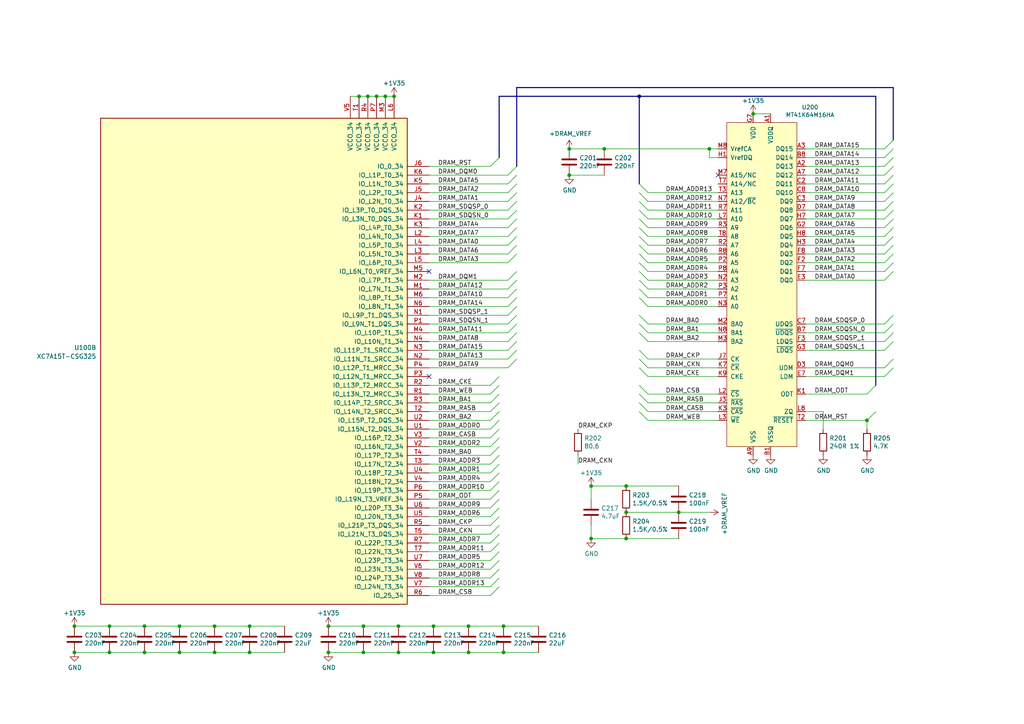
<source format=kicad_sch>
(kicad_sch (version 20210406) (generator eeschema)
  (paper "A4")
  (junction (at 21.59 181.61) (diameter 0.9144))
  (junction (at 21.59 189.23) (diameter 0.9144))
  (junction (at 31.75 181.61) (diameter 0.9144))
  (junction (at 31.75 189.23) (diameter 0.9144))
  (junction (at 41.91 181.61) (diameter 0.9144))
  (junction (at 41.91 189.23) (diameter 0.9144))
  (junction (at 52.07 181.61) (diameter 0.9144))
  (junction (at 52.07 189.23) (diameter 0.9144))
  (junction (at 62.23 181.61) (diameter 0.9144))
  (junction (at 62.23 189.23) (diameter 0.9144))
  (junction (at 72.39 181.61) (diameter 0.9144))
  (junction (at 72.39 189.23) (diameter 0.9144))
  (junction (at 95.25 181.61) (diameter 0.9144))
  (junction (at 95.25 189.23) (diameter 0.9144))
  (junction (at 104.14 27.94) (diameter 0.9144))
  (junction (at 105.41 181.61) (diameter 0.9144))
  (junction (at 105.41 189.23) (diameter 0.9144))
  (junction (at 106.68 27.94) (diameter 0.9144))
  (junction (at 109.22 27.94) (diameter 0.9144))
  (junction (at 111.76 27.94) (diameter 0.9144))
  (junction (at 114.3 27.94) (diameter 0.9144))
  (junction (at 115.57 181.61) (diameter 0.9144))
  (junction (at 115.57 189.23) (diameter 0.9144))
  (junction (at 125.73 181.61) (diameter 0.9144))
  (junction (at 125.73 189.23) (diameter 0.9144))
  (junction (at 135.89 181.61) (diameter 0.9144))
  (junction (at 135.89 189.23) (diameter 0.9144))
  (junction (at 146.05 181.61) (diameter 0.9144))
  (junction (at 146.05 189.23) (diameter 0.9144))
  (junction (at 165.1 43.18) (diameter 0.9144))
  (junction (at 165.1 50.8) (diameter 0.9144))
  (junction (at 171.45 140.97) (diameter 0.9144))
  (junction (at 171.45 156.21) (diameter 0.9144))
  (junction (at 175.26 43.18) (diameter 0.9144))
  (junction (at 181.61 140.97) (diameter 0.9144))
  (junction (at 181.61 148.59) (diameter 0.9144))
  (junction (at 181.61 156.21) (diameter 0.9144))
  (junction (at 196.85 148.59) (diameter 0.9144))
  (junction (at 205.74 43.18) (diameter 0.9144))
  (junction (at 218.44 33.02) (diameter 0.9144))
  (junction (at 251.46 121.92) (diameter 0.9144))
  (junction (at 185.42 27.94) (diameter 0.9144))
  (no_connect (at 124.46 78.74))
  (no_connect (at 124.46 109.22))
  (no_connect (at 208.28 50.8))
  (bus_entry (at 142.24 172.72) (size 2.54 -2.54) (stroke (width 0.1524)))
  (bus_entry (at 144.78 45.72) (size -2.54 2.54) (stroke (width 0.1524)))
  (bus_entry (at 144.78 109.22) (size -2.54 2.54) (stroke (width 0.1524)))
  (bus_entry (at 144.78 111.76) (size -2.54 2.54) (stroke (width 0.1524)))
  (bus_entry (at 144.78 114.3) (size -2.54 2.54) (stroke (width 0.1524)))
  (bus_entry (at 144.78 116.84) (size -2.54 2.54) (stroke (width 0.1524)))
  (bus_entry (at 144.78 119.38) (size -2.54 2.54) (stroke (width 0.1524)))
  (bus_entry (at 144.78 121.92) (size -2.54 2.54) (stroke (width 0.1524)))
  (bus_entry (at 144.78 124.46) (size -2.54 2.54) (stroke (width 0.1524)))
  (bus_entry (at 144.78 127) (size -2.54 2.54) (stroke (width 0.1524)))
  (bus_entry (at 144.78 129.54) (size -2.54 2.54) (stroke (width 0.1524)))
  (bus_entry (at 144.78 132.08) (size -2.54 2.54) (stroke (width 0.1524)))
  (bus_entry (at 144.78 134.62) (size -2.54 2.54) (stroke (width 0.1524)))
  (bus_entry (at 144.78 137.16) (size -2.54 2.54) (stroke (width 0.1524)))
  (bus_entry (at 144.78 139.7) (size -2.54 2.54) (stroke (width 0.1524)))
  (bus_entry (at 144.78 142.24) (size -2.54 2.54) (stroke (width 0.1524)))
  (bus_entry (at 144.78 144.78) (size -2.54 2.54) (stroke (width 0.1524)))
  (bus_entry (at 144.78 147.32) (size -2.54 2.54) (stroke (width 0.1524)))
  (bus_entry (at 144.78 149.86) (size -2.54 2.54) (stroke (width 0.1524)))
  (bus_entry (at 144.78 152.4) (size -2.54 2.54) (stroke (width 0.1524)))
  (bus_entry (at 144.78 154.94) (size -2.54 2.54) (stroke (width 0.1524)))
  (bus_entry (at 144.78 157.48) (size -2.54 2.54) (stroke (width 0.1524)))
  (bus_entry (at 144.78 160.02) (size -2.54 2.54) (stroke (width 0.1524)))
  (bus_entry (at 144.78 162.56) (size -2.54 2.54) (stroke (width 0.1524)))
  (bus_entry (at 144.78 165.1) (size -2.54 2.54) (stroke (width 0.1524)))
  (bus_entry (at 144.78 167.64) (size -2.54 2.54) (stroke (width 0.1524)))
  (bus_entry (at 147.32 50.8) (size 2.54 -2.54) (stroke (width 0.1524)))
  (bus_entry (at 147.32 53.34) (size 2.54 -2.54) (stroke (width 0.1524)))
  (bus_entry (at 147.32 55.88) (size 2.54 -2.54) (stroke (width 0.1524)))
  (bus_entry (at 147.32 58.42) (size 2.54 -2.54) (stroke (width 0.1524)))
  (bus_entry (at 147.32 60.96) (size 2.54 -2.54) (stroke (width 0.1524)))
  (bus_entry (at 147.32 63.5) (size 2.54 -2.54) (stroke (width 0.1524)))
  (bus_entry (at 147.32 66.04) (size 2.54 -2.54) (stroke (width 0.1524)))
  (bus_entry (at 147.32 68.58) (size 2.54 -2.54) (stroke (width 0.1524)))
  (bus_entry (at 147.32 71.12) (size 2.54 -2.54) (stroke (width 0.1524)))
  (bus_entry (at 147.32 73.66) (size 2.54 -2.54) (stroke (width 0.1524)))
  (bus_entry (at 147.32 76.2) (size 2.54 -2.54) (stroke (width 0.1524)))
  (bus_entry (at 147.32 81.28) (size 2.54 -2.54) (stroke (width 0.1524)))
  (bus_entry (at 147.32 83.82) (size 2.54 -2.54) (stroke (width 0.1524)))
  (bus_entry (at 147.32 86.36) (size 2.54 -2.54) (stroke (width 0.1524)))
  (bus_entry (at 147.32 88.9) (size 2.54 -2.54) (stroke (width 0.1524)))
  (bus_entry (at 147.32 91.44) (size 2.54 -2.54) (stroke (width 0.1524)))
  (bus_entry (at 147.32 93.98) (size 2.54 -2.54) (stroke (width 0.1524)))
  (bus_entry (at 147.32 96.52) (size 2.54 -2.54) (stroke (width 0.1524)))
  (bus_entry (at 147.32 99.06) (size 2.54 -2.54) (stroke (width 0.1524)))
  (bus_entry (at 147.32 101.6) (size 2.54 -2.54) (stroke (width 0.1524)))
  (bus_entry (at 147.32 104.14) (size 2.54 -2.54) (stroke (width 0.1524)))
  (bus_entry (at 147.32 106.68) (size 2.54 -2.54) (stroke (width 0.1524)))
  (bus_entry (at 185.42 53.34) (size 2.54 2.54) (stroke (width 0.1524)))
  (bus_entry (at 185.42 55.88) (size 2.54 2.54) (stroke (width 0.1524)))
  (bus_entry (at 185.42 58.42) (size 2.54 2.54) (stroke (width 0.1524)))
  (bus_entry (at 185.42 60.96) (size 2.54 2.54) (stroke (width 0.1524)))
  (bus_entry (at 185.42 63.5) (size 2.54 2.54) (stroke (width 0.1524)))
  (bus_entry (at 185.42 66.04) (size 2.54 2.54) (stroke (width 0.1524)))
  (bus_entry (at 185.42 68.58) (size 2.54 2.54) (stroke (width 0.1524)))
  (bus_entry (at 185.42 71.12) (size 2.54 2.54) (stroke (width 0.1524)))
  (bus_entry (at 185.42 73.66) (size 2.54 2.54) (stroke (width 0.1524)))
  (bus_entry (at 185.42 76.2) (size 2.54 2.54) (stroke (width 0.1524)))
  (bus_entry (at 185.42 78.74) (size 2.54 2.54) (stroke (width 0.1524)))
  (bus_entry (at 185.42 81.28) (size 2.54 2.54) (stroke (width 0.1524)))
  (bus_entry (at 185.42 83.82) (size 2.54 2.54) (stroke (width 0.1524)))
  (bus_entry (at 185.42 86.36) (size 2.54 2.54) (stroke (width 0.1524)))
  (bus_entry (at 185.42 91.44) (size 2.54 2.54) (stroke (width 0.1524)))
  (bus_entry (at 185.42 93.98) (size 2.54 2.54) (stroke (width 0.1524)))
  (bus_entry (at 185.42 96.52) (size 2.54 2.54) (stroke (width 0.1524)))
  (bus_entry (at 185.42 101.6) (size 2.54 2.54) (stroke (width 0.1524)))
  (bus_entry (at 185.42 104.14) (size 2.54 2.54) (stroke (width 0.1524)))
  (bus_entry (at 185.42 106.68) (size 2.54 2.54) (stroke (width 0.1524)))
  (bus_entry (at 185.42 111.76) (size 2.54 2.54) (stroke (width 0.1524)))
  (bus_entry (at 185.42 114.3) (size 2.54 2.54) (stroke (width 0.1524)))
  (bus_entry (at 185.42 116.84) (size 2.54 2.54) (stroke (width 0.1524)))
  (bus_entry (at 185.42 119.38) (size 2.54 2.54) (stroke (width 0.1524)))
  (bus_entry (at 251.46 114.3) (size 2.54 -2.54) (stroke (width 0.1524)))
  (bus_entry (at 251.46 121.92) (size 2.54 -2.54) (stroke (width 0.1524)))
  (bus_entry (at 256.54 43.18) (size 2.54 -2.54) (stroke (width 0.1524)))
  (bus_entry (at 256.54 45.72) (size 2.54 -2.54) (stroke (width 0.1524)))
  (bus_entry (at 256.54 48.26) (size 2.54 -2.54) (stroke (width 0.1524)))
  (bus_entry (at 256.54 50.8) (size 2.54 -2.54) (stroke (width 0.1524)))
  (bus_entry (at 256.54 53.34) (size 2.54 -2.54) (stroke (width 0.1524)))
  (bus_entry (at 256.54 55.88) (size 2.54 -2.54) (stroke (width 0.1524)))
  (bus_entry (at 256.54 58.42) (size 2.54 -2.54) (stroke (width 0.1524)))
  (bus_entry (at 256.54 60.96) (size 2.54 -2.54) (stroke (width 0.1524)))
  (bus_entry (at 256.54 63.5) (size 2.54 -2.54) (stroke (width 0.1524)))
  (bus_entry (at 256.54 66.04) (size 2.54 -2.54) (stroke (width 0.1524)))
  (bus_entry (at 256.54 68.58) (size 2.54 -2.54) (stroke (width 0.1524)))
  (bus_entry (at 256.54 71.12) (size 2.54 -2.54) (stroke (width 0.1524)))
  (bus_entry (at 256.54 73.66) (size 2.54 -2.54) (stroke (width 0.1524)))
  (bus_entry (at 256.54 76.2) (size 2.54 -2.54) (stroke (width 0.1524)))
  (bus_entry (at 256.54 78.74) (size 2.54 -2.54) (stroke (width 0.1524)))
  (bus_entry (at 256.54 81.28) (size 2.54 -2.54) (stroke (width 0.1524)))
  (bus_entry (at 256.54 93.98) (size 2.54 -2.54) (stroke (width 0.1524)))
  (bus_entry (at 256.54 96.52) (size 2.54 -2.54) (stroke (width 0.1524)))
  (bus_entry (at 256.54 99.06) (size 2.54 -2.54) (stroke (width 0.1524)))
  (bus_entry (at 256.54 101.6) (size 2.54 -2.54) (stroke (width 0.1524)))
  (bus_entry (at 256.54 106.68) (size 2.54 -2.54) (stroke (width 0.1524)))
  (bus_entry (at 256.54 109.22) (size 2.54 -2.54) (stroke (width 0.1524)))
  (wire (pts (xy 31.75 181.61) (xy 21.59 181.61)))
  (wire (pts (xy 31.75 181.61) (xy 41.91 181.61)))
  (wire (pts (xy 31.75 189.23) (xy 21.59 189.23)))
  (wire (pts (xy 31.75 189.23) (xy 41.91 189.23)))
  (wire (pts (xy 41.91 181.61) (xy 52.07 181.61)))
  (wire (pts (xy 52.07 189.23) (xy 41.91 189.23)))
  (wire (pts (xy 62.23 181.61) (xy 52.07 181.61)))
  (wire (pts (xy 62.23 189.23) (xy 52.07 189.23)))
  (wire (pts (xy 72.39 181.61) (xy 62.23 181.61)))
  (wire (pts (xy 72.39 189.23) (xy 62.23 189.23)))
  (wire (pts (xy 82.55 181.61) (xy 72.39 181.61)))
  (wire (pts (xy 82.55 189.23) (xy 72.39 189.23)))
  (wire (pts (xy 101.6 27.94) (xy 104.14 27.94)))
  (wire (pts (xy 104.14 27.94) (xy 106.68 27.94)))
  (wire (pts (xy 105.41 181.61) (xy 95.25 181.61)))
  (wire (pts (xy 105.41 181.61) (xy 115.57 181.61)))
  (wire (pts (xy 105.41 189.23) (xy 95.25 189.23)))
  (wire (pts (xy 105.41 189.23) (xy 115.57 189.23)))
  (wire (pts (xy 106.68 27.94) (xy 109.22 27.94)))
  (wire (pts (xy 109.22 27.94) (xy 111.76 27.94)))
  (wire (pts (xy 111.76 27.94) (xy 114.3 27.94)))
  (wire (pts (xy 115.57 181.61) (xy 125.73 181.61)))
  (wire (pts (xy 124.46 48.26) (xy 142.24 48.26)))
  (wire (pts (xy 124.46 50.8) (xy 147.32 50.8)))
  (wire (pts (xy 124.46 53.34) (xy 147.32 53.34)))
  (wire (pts (xy 124.46 55.88) (xy 147.32 55.88)))
  (wire (pts (xy 124.46 58.42) (xy 147.32 58.42)))
  (wire (pts (xy 124.46 60.96) (xy 147.32 60.96)))
  (wire (pts (xy 124.46 63.5) (xy 147.32 63.5)))
  (wire (pts (xy 124.46 66.04) (xy 147.32 66.04)))
  (wire (pts (xy 124.46 68.58) (xy 147.32 68.58)))
  (wire (pts (xy 124.46 71.12) (xy 147.32 71.12)))
  (wire (pts (xy 124.46 73.66) (xy 147.32 73.66)))
  (wire (pts (xy 124.46 76.2) (xy 147.32 76.2)))
  (wire (pts (xy 124.46 81.28) (xy 147.32 81.28)))
  (wire (pts (xy 124.46 83.82) (xy 147.32 83.82)))
  (wire (pts (xy 124.46 86.36) (xy 147.32 86.36)))
  (wire (pts (xy 124.46 88.9) (xy 147.32 88.9)))
  (wire (pts (xy 124.46 91.44) (xy 147.32 91.44)))
  (wire (pts (xy 124.46 93.98) (xy 147.32 93.98)))
  (wire (pts (xy 124.46 96.52) (xy 147.32 96.52)))
  (wire (pts (xy 124.46 99.06) (xy 147.32 99.06)))
  (wire (pts (xy 124.46 101.6) (xy 147.32 101.6)))
  (wire (pts (xy 124.46 104.14) (xy 147.32 104.14)))
  (wire (pts (xy 124.46 106.68) (xy 147.32 106.68)))
  (wire (pts (xy 124.46 111.76) (xy 142.24 111.76)))
  (wire (pts (xy 124.46 114.3) (xy 142.24 114.3)))
  (wire (pts (xy 124.46 116.84) (xy 142.24 116.84)))
  (wire (pts (xy 124.46 119.38) (xy 142.24 119.38)))
  (wire (pts (xy 124.46 121.92) (xy 142.24 121.92)))
  (wire (pts (xy 124.46 124.46) (xy 142.24 124.46)))
  (wire (pts (xy 124.46 127) (xy 142.24 127)))
  (wire (pts (xy 124.46 129.54) (xy 142.24 129.54)))
  (wire (pts (xy 124.46 132.08) (xy 142.24 132.08)))
  (wire (pts (xy 124.46 134.62) (xy 142.24 134.62)))
  (wire (pts (xy 124.46 137.16) (xy 142.24 137.16)))
  (wire (pts (xy 124.46 139.7) (xy 142.24 139.7)))
  (wire (pts (xy 124.46 142.24) (xy 142.24 142.24)))
  (wire (pts (xy 124.46 144.78) (xy 142.24 144.78)))
  (wire (pts (xy 124.46 147.32) (xy 142.24 147.32)))
  (wire (pts (xy 124.46 149.86) (xy 142.24 149.86)))
  (wire (pts (xy 124.46 152.4) (xy 142.24 152.4)))
  (wire (pts (xy 124.46 154.94) (xy 142.24 154.94)))
  (wire (pts (xy 124.46 157.48) (xy 142.24 157.48)))
  (wire (pts (xy 124.46 160.02) (xy 142.24 160.02)))
  (wire (pts (xy 124.46 162.56) (xy 142.24 162.56)))
  (wire (pts (xy 124.46 165.1) (xy 142.24 165.1)))
  (wire (pts (xy 124.46 167.64) (xy 142.24 167.64)))
  (wire (pts (xy 124.46 170.18) (xy 142.24 170.18)))
  (wire (pts (xy 124.46 172.72) (xy 142.24 172.72)))
  (wire (pts (xy 125.73 189.23) (xy 115.57 189.23)))
  (wire (pts (xy 135.89 181.61) (xy 125.73 181.61)))
  (wire (pts (xy 135.89 189.23) (xy 125.73 189.23)))
  (wire (pts (xy 146.05 181.61) (xy 135.89 181.61)))
  (wire (pts (xy 146.05 189.23) (xy 135.89 189.23)))
  (wire (pts (xy 156.21 181.61) (xy 146.05 181.61)))
  (wire (pts (xy 156.21 189.23) (xy 146.05 189.23)))
  (wire (pts (xy 165.1 43.18) (xy 175.26 43.18)))
  (wire (pts (xy 167.64 132.08) (xy 167.64 134.62)))
  (wire (pts (xy 171.45 140.97) (xy 171.45 144.78)))
  (wire (pts (xy 171.45 140.97) (xy 181.61 140.97)))
  (wire (pts (xy 171.45 152.4) (xy 171.45 156.21)))
  (wire (pts (xy 175.26 43.18) (xy 205.74 43.18)))
  (wire (pts (xy 175.26 50.8) (xy 165.1 50.8)))
  (wire (pts (xy 181.61 140.97) (xy 196.85 140.97)))
  (wire (pts (xy 181.61 148.59) (xy 196.85 148.59)))
  (wire (pts (xy 181.61 156.21) (xy 171.45 156.21)))
  (wire (pts (xy 187.96 55.88) (xy 208.28 55.88)))
  (wire (pts (xy 187.96 58.42) (xy 208.28 58.42)))
  (wire (pts (xy 187.96 60.96) (xy 208.28 60.96)))
  (wire (pts (xy 187.96 63.5) (xy 208.28 63.5)))
  (wire (pts (xy 187.96 66.04) (xy 208.28 66.04)))
  (wire (pts (xy 187.96 68.58) (xy 208.28 68.58)))
  (wire (pts (xy 187.96 71.12) (xy 208.28 71.12)))
  (wire (pts (xy 187.96 73.66) (xy 208.28 73.66)))
  (wire (pts (xy 187.96 76.2) (xy 208.28 76.2)))
  (wire (pts (xy 187.96 78.74) (xy 208.28 78.74)))
  (wire (pts (xy 187.96 81.28) (xy 208.28 81.28)))
  (wire (pts (xy 187.96 83.82) (xy 208.28 83.82)))
  (wire (pts (xy 187.96 86.36) (xy 208.28 86.36)))
  (wire (pts (xy 187.96 88.9) (xy 208.28 88.9)))
  (wire (pts (xy 187.96 93.98) (xy 208.28 93.98)))
  (wire (pts (xy 187.96 96.52) (xy 208.28 96.52)))
  (wire (pts (xy 187.96 99.06) (xy 208.28 99.06)))
  (wire (pts (xy 187.96 104.14) (xy 208.28 104.14)))
  (wire (pts (xy 187.96 106.68) (xy 208.28 106.68)))
  (wire (pts (xy 187.96 109.22) (xy 208.28 109.22)))
  (wire (pts (xy 187.96 114.3) (xy 208.28 114.3)))
  (wire (pts (xy 187.96 116.84) (xy 208.28 116.84)))
  (wire (pts (xy 187.96 119.38) (xy 208.28 119.38)))
  (wire (pts (xy 187.96 121.92) (xy 208.28 121.92)))
  (wire (pts (xy 196.85 156.21) (xy 181.61 156.21)))
  (wire (pts (xy 205.74 43.18) (xy 208.28 43.18)))
  (wire (pts (xy 205.74 45.72) (xy 205.74 43.18)))
  (wire (pts (xy 205.74 148.59) (xy 196.85 148.59)))
  (wire (pts (xy 208.28 45.72) (xy 205.74 45.72)))
  (wire (pts (xy 218.44 33.02) (xy 223.52 33.02)))
  (wire (pts (xy 233.68 43.18) (xy 256.54 43.18)))
  (wire (pts (xy 233.68 45.72) (xy 256.54 45.72)))
  (wire (pts (xy 233.68 48.26) (xy 256.54 48.26)))
  (wire (pts (xy 233.68 50.8) (xy 256.54 50.8)))
  (wire (pts (xy 233.68 53.34) (xy 256.54 53.34)))
  (wire (pts (xy 233.68 55.88) (xy 256.54 55.88)))
  (wire (pts (xy 233.68 58.42) (xy 256.54 58.42)))
  (wire (pts (xy 233.68 60.96) (xy 256.54 60.96)))
  (wire (pts (xy 233.68 63.5) (xy 256.54 63.5)))
  (wire (pts (xy 233.68 66.04) (xy 256.54 66.04)))
  (wire (pts (xy 233.68 68.58) (xy 256.54 68.58)))
  (wire (pts (xy 233.68 71.12) (xy 256.54 71.12)))
  (wire (pts (xy 233.68 73.66) (xy 256.54 73.66)))
  (wire (pts (xy 233.68 76.2) (xy 256.54 76.2)))
  (wire (pts (xy 233.68 78.74) (xy 256.54 78.74)))
  (wire (pts (xy 233.68 81.28) (xy 256.54 81.28)))
  (wire (pts (xy 233.68 93.98) (xy 256.54 93.98)))
  (wire (pts (xy 233.68 96.52) (xy 256.54 96.52)))
  (wire (pts (xy 233.68 99.06) (xy 256.54 99.06)))
  (wire (pts (xy 233.68 101.6) (xy 256.54 101.6)))
  (wire (pts (xy 233.68 106.68) (xy 256.54 106.68)))
  (wire (pts (xy 233.68 109.22) (xy 256.54 109.22)))
  (wire (pts (xy 233.68 119.38) (xy 238.76 119.38)))
  (wire (pts (xy 233.68 121.92) (xy 251.46 121.92)))
  (wire (pts (xy 238.76 119.38) (xy 238.76 124.46)))
  (wire (pts (xy 251.46 114.3) (xy 233.68 114.3)))
  (wire (pts (xy 251.46 121.92) (xy 251.46 124.46)))
  (bus (pts (xy 144.78 27.94) (xy 144.78 170.18)))
  (bus (pts (xy 149.86 25.4) (xy 149.86 104.14)))
  (bus (pts (xy 149.86 25.4) (xy 259.08 25.4)))
  (bus (pts (xy 185.42 27.94) (xy 144.78 27.94)))
  (bus (pts (xy 185.42 27.94) (xy 185.42 119.38)))
  (bus (pts (xy 254 27.94) (xy 185.42 27.94)))
  (bus (pts (xy 254 27.94) (xy 254 119.38)))
  (bus (pts (xy 259.08 25.4) (xy 259.08 106.68)))
  (label "DRAM_RST" (at 127 48.26 0))
  (label "DRAM_DQM0" (at 127 50.8 0))
  (label "DRAM_DATA5" (at 127 53.34 0))
  (label "DRAM_DATA2" (at 127 55.88 0))
  (label "DRAM_DATA1" (at 127 58.42 0))
  (label "DRAM_SDQSP_0" (at 127 60.96 0))
  (label "DRAM_SDQSN_0" (at 127 63.5 0))
  (label "DRAM_DATA4" (at 127 66.04 0))
  (label "DRAM_DATA7" (at 127 68.58 0))
  (label "DRAM_DATA0" (at 127 71.12 0))
  (label "DRAM_DATA6" (at 127 73.66 0))
  (label "DRAM_DATA3" (at 127 76.2 0))
  (label "DRAM_DQM1" (at 127 81.28 0))
  (label "DRAM_DATA12" (at 127 83.82 0))
  (label "DRAM_DATA10" (at 127 86.36 0))
  (label "DRAM_DATA14" (at 127 88.9 0))
  (label "DRAM_SDQSP_1" (at 127 91.44 0))
  (label "DRAM_SDQSN_1" (at 127 93.98 0))
  (label "DRAM_DATA11" (at 127 96.52 0))
  (label "DRAM_DATA8" (at 127 99.06 0))
  (label "DRAM_DATA15" (at 127 101.6 0))
  (label "DRAM_DATA13" (at 127 104.14 0))
  (label "DRAM_DATA9" (at 127 106.68 0))
  (label "DRAM_CKE" (at 127 111.76 0))
  (label "DRAM_WEB" (at 127 114.3 0))
  (label "DRAM_BA1" (at 127 116.84 0))
  (label "DRAM_RASB" (at 127 119.38 0))
  (label "DRAM_BA2" (at 127 121.92 0))
  (label "DRAM_ADDR0" (at 127 124.46 0))
  (label "DRAM_CASB" (at 127 127 0))
  (label "DRAM_ADDR2" (at 127 129.54 0))
  (label "DRAM_BA0" (at 127 132.08 0))
  (label "DRAM_ADDR3" (at 127 134.62 0))
  (label "DRAM_ADDR1" (at 127 137.16 0))
  (label "DRAM_ADDR4" (at 127 139.7 0))
  (label "DRAM_ADDR10" (at 127 142.24 0))
  (label "DRAM_ODT" (at 127 144.78 0))
  (label "DRAM_ADDR9" (at 127 147.32 0))
  (label "DRAM_ADDR6" (at 127 149.86 0))
  (label "DRAM_CKP" (at 127 152.4 0))
  (label "DRAM_CKN" (at 127 154.94 0))
  (label "DRAM_ADDR7" (at 127 157.48 0))
  (label "DRAM_ADDR11" (at 127 160.02 0))
  (label "DRAM_ADDR5" (at 127 162.56 0))
  (label "DRAM_ADDR12" (at 127 165.1 0))
  (label "DRAM_ADDR8" (at 127 167.64 0))
  (label "DRAM_ADDR13" (at 127 170.18 0))
  (label "DRAM_CSB" (at 127 172.72 0))
  (label "DRAM_CKP" (at 167.64 124.46 0))
  (label "DRAM_CKN" (at 167.64 134.62 0))
  (label "DRAM_ADDR13" (at 193.04 55.88 0))
  (label "DRAM_ADDR12" (at 193.04 58.42 0))
  (label "DRAM_ADDR11" (at 193.04 60.96 0))
  (label "DRAM_ADDR10" (at 193.04 63.5 0))
  (label "DRAM_ADDR9" (at 193.04 66.04 0))
  (label "DRAM_ADDR8" (at 193.04 68.58 0))
  (label "DRAM_ADDR7" (at 193.04 71.12 0))
  (label "DRAM_ADDR6" (at 193.04 73.66 0))
  (label "DRAM_ADDR5" (at 193.04 76.2 0))
  (label "DRAM_ADDR4" (at 193.04 78.74 0))
  (label "DRAM_ADDR3" (at 193.04 81.28 0))
  (label "DRAM_ADDR2" (at 193.04 83.82 0))
  (label "DRAM_ADDR1" (at 193.04 86.36 0))
  (label "DRAM_ADDR0" (at 193.04 88.9 0))
  (label "DRAM_BA0" (at 193.04 93.98 0))
  (label "DRAM_BA1" (at 193.04 96.52 0))
  (label "DRAM_BA2" (at 193.04 99.06 0))
  (label "DRAM_CKP" (at 193.04 104.14 0))
  (label "DRAM_CKN" (at 193.04 106.68 0))
  (label "DRAM_CKE" (at 193.04 109.22 0))
  (label "DRAM_CSB" (at 193.04 114.3 0))
  (label "DRAM_RASB" (at 193.04 116.84 0))
  (label "DRAM_CASB" (at 193.04 119.38 0))
  (label "DRAM_WEB" (at 193.04 121.92 0))
  (label "DRAM_DATA15" (at 236.22 43.18 0))
  (label "DRAM_DATA14" (at 236.22 45.72 0))
  (label "DRAM_DATA13" (at 236.22 48.26 0))
  (label "DRAM_DATA12" (at 236.22 50.8 0))
  (label "DRAM_DATA11" (at 236.22 53.34 0))
  (label "DRAM_DATA10" (at 236.22 55.88 0))
  (label "DRAM_DATA9" (at 236.22 58.42 0))
  (label "DRAM_DATA8" (at 236.22 60.96 0))
  (label "DRAM_DATA7" (at 236.22 63.5 0))
  (label "DRAM_DATA6" (at 236.22 66.04 0))
  (label "DRAM_DATA5" (at 236.22 68.58 0))
  (label "DRAM_DATA4" (at 236.22 71.12 0))
  (label "DRAM_DATA3" (at 236.22 73.66 0))
  (label "DRAM_DATA2" (at 236.22 76.2 0))
  (label "DRAM_DATA1" (at 236.22 78.74 0))
  (label "DRAM_DATA0" (at 236.22 81.28 0))
  (label "DRAM_SDQSP_0" (at 236.22 93.98 0))
  (label "DRAM_SDQSN_0" (at 236.22 96.52 0))
  (label "DRAM_SDQSP_1" (at 236.22 99.06 0))
  (label "DRAM_SDQSN_1" (at 236.22 101.6 0))
  (label "DRAM_DQM0" (at 236.22 106.68 0))
  (label "DRAM_DQM1" (at 236.22 109.22 0))
  (label "DRAM_ODT" (at 236.22 114.3 0))
  (label "DRAM_RST" (at 236.22 121.92 0))
  (symbol (lib_id "power:+1V35") (at 21.59 181.61 0) (unit 1)
    (property "Reference" "#PWR0207" (effects hide))
    (property "Value" "+1V35" (at 21.59 177.8 0))
  )
  (symbol (lib_id "power:+1V35") (at 95.25 181.61 0) (unit 1)
    (property "Reference" "#PWR0209" (effects hide))
    (property "Value" "+1V35" (at 95.25 177.8 0))
  )
  (symbol (lib_id "power:+1V35") (at 114.3 27.94 0) (unit 1)
    (property "Reference" "#PWR0211" (effects hide))
    (property "Value" "+1V35" (at 114.3 24.13 0))
  )
  (symbol (lib_id "symbols:+DRAM_VREF") (at 165.1 43.18 0) (unit 1)
    (property "Reference" "#PWR0201" (effects hide))
    (property "Value" "+DRAM_VREF" (at 165.481 38.7858 0))
  )
  (symbol (lib_id "power:+1V35") (at 171.45 140.97 0) (unit 1)
    (property "Reference" "#PWR0212" (effects hide))
    (property "Value" "+1V35" (at 171.45 137.16 0))
  )
  (symbol (lib_id "symbols:+DRAM_VREF") (at 205.74 148.59 270) (unit 1)
    (property "Reference" "#PWR0214" (effects hide))
    (property "Value" "+DRAM_VREF" (at 210.1342 148.971 0))
  )
  (symbol (lib_id "power:+1V35") (at 218.44 33.02 0) (unit 1)
    (property "Reference" "#PWR0203" (effects hide))
    (property "Value" "+1V35" (at 218.44 29.21 0))
  )
  (symbol (lib_id "power:GND") (at 21.59 189.23 0) (unit 1)
    (property "Reference" "#PWR0208" (effects hide))
    (property "Value" "GND" (at 21.717 193.6242 0))
  )
  (symbol (lib_id "power:GND") (at 95.25 189.23 0) (unit 1)
    (property "Reference" "#PWR0210" (effects hide))
    (property "Value" "GND" (at 95.377 193.6242 0))
  )
  (symbol (lib_id "power:GND") (at 165.1 50.8 0) (unit 1)
    (property "Reference" "#PWR0202" (effects hide))
    (property "Value" "GND" (at 165.227 55.1942 0))
  )
  (symbol (lib_id "power:GND") (at 171.45 156.21 0) (unit 1)
    (property "Reference" "#PWR0213" (effects hide))
    (property "Value" "GND" (at 171.577 160.6042 0))
  )
  (symbol (lib_id "power:GND") (at 218.44 132.08 0) (unit 1)
    (property "Reference" "#PWR0204" (effects hide))
    (property "Value" "GND" (at 218.567 136.4742 0))
  )
  (symbol (lib_id "power:GND") (at 223.52 132.08 0) (unit 1)
    (property "Reference" "#PWR0205" (effects hide))
    (property "Value" "GND" (at 223.647 136.4742 0))
  )
  (symbol (lib_id "power:GND") (at 238.76 132.08 0) (unit 1)
    (property "Reference" "#PWR0206" (effects hide))
    (property "Value" "GND" (at 238.887 136.4742 0))
  )
  (symbol (lib_id "power:GND") (at 251.46 132.08 0) (unit 1)
    (property "Reference" "#PWR0215" (effects hide))
    (property "Value" "GND" (at 251.587 136.4742 0))
  )
  (symbol (lib_id "Device:R") (at 167.64 128.27 0) (unit 1)
    (property "Reference" "R202" (at 169.418 127.1016 0) (effects (justify left)))
    (property "Value" "80.6" (at 169.418 129.413 0) (effects (justify left)))
    (property "Footprint" "Resistor_SMD:R_0402_1005Metric" (effects hide))
  )
  (symbol (lib_id "Device:R") (at 181.61 144.78 0) (unit 1)
    (property "Reference" "R203" (at 183.388 143.6116 0) (effects (justify left)))
    (property "Value" "1.5K/0.5%" (at 183.388 145.923 0) (effects (justify left)))
    (property "Footprint" "Resistor_SMD:R_0402_1005Metric" (effects hide))
  )
  (symbol (lib_id "Device:R") (at 181.61 152.4 0) (unit 1)
    (property "Reference" "R204" (at 183.388 151.2316 0) (effects (justify left)))
    (property "Value" "1.5K/0.5%" (at 183.388 153.543 0) (effects (justify left)))
    (property "Footprint" "Resistor_SMD:R_0402_1005Metric" (effects hide))
  )
  (symbol (lib_id "Device:R") (at 238.76 128.27 0) (unit 1)
    (property "Reference" "R201" (at 240.538 127.1016 0) (effects (justify left)))
    (property "Value" "240R 1%" (at 240.538 129.413 0) (effects (justify left)))
    (property "Footprint" "Resistor_SMD:R_0402_1005Metric" (effects hide))
  )
  (symbol (lib_id "Device:R") (at 251.46 128.27 0) (unit 1)
    (property "Reference" "R205" (at 253.238 127.1016 0) (effects (justify left)))
    (property "Value" "4.7K" (at 253.238 129.413 0) (effects (justify left)))
    (property "Footprint" "Resistor_SMD:R_0402_1005Metric" (effects hide))
  )
  (symbol (lib_id "Device:C") (at 21.59 185.42 0) (unit 1)
    (property "Reference" "C203" (at 24.511 184.2516 0) (effects (justify left)))
    (property "Value" "220nF" (at 24.511 186.563 0) (effects (justify left)))
    (property "Footprint" "Capacitor_SMD:C_0402_1005Metric" (effects hide))
  )
  (symbol (lib_id "Device:C") (at 31.75 185.42 0) (unit 1)
    (property "Reference" "C204" (at 34.671 184.2516 0) (effects (justify left)))
    (property "Value" "220nF" (at 34.671 186.563 0) (effects (justify left)))
    (property "Footprint" "Capacitor_SMD:C_0402_1005Metric" (effects hide))
  )
  (symbol (lib_id "Device:C") (at 41.91 185.42 0) (unit 1)
    (property "Reference" "C205" (at 44.831 184.2516 0) (effects (justify left)))
    (property "Value" "220nF" (at 44.831 186.563 0) (effects (justify left)))
    (property "Footprint" "Capacitor_SMD:C_0402_1005Metric" (effects hide))
  )
  (symbol (lib_id "Device:C") (at 52.07 185.42 0) (unit 1)
    (property "Reference" "C206" (at 54.991 184.2516 0) (effects (justify left)))
    (property "Value" "220nF" (at 54.991 186.563 0) (effects (justify left)))
    (property "Footprint" "Capacitor_SMD:C_0402_1005Metric" (effects hide))
  )
  (symbol (lib_id "Device:C") (at 62.23 185.42 0) (unit 1)
    (property "Reference" "C207" (at 65.151 184.2516 0) (effects (justify left)))
    (property "Value" "220nF" (at 65.151 186.563 0) (effects (justify left)))
    (property "Footprint" "Capacitor_SMD:C_0402_1005Metric" (effects hide))
  )
  (symbol (lib_id "Device:C") (at 72.39 185.42 0) (unit 1)
    (property "Reference" "C208" (at 75.311 184.2516 0) (effects (justify left)))
    (property "Value" "220nF" (at 75.311 186.563 0) (effects (justify left)))
    (property "Footprint" "Capacitor_SMD:C_0402_1005Metric" (effects hide))
  )
  (symbol (lib_id "Device:C") (at 82.55 185.42 0) (unit 1)
    (property "Reference" "C209" (at 85.471 184.2516 0) (effects (justify left)))
    (property "Value" "22uF" (at 85.471 186.563 0) (effects (justify left)))
    (property "Footprint" "Capacitor_SMD:C_0603_1608Metric" (effects hide))
  )
  (symbol (lib_id "Device:C") (at 95.25 185.42 0) (unit 1)
    (property "Reference" "C210" (at 98.171 184.2516 0) (effects (justify left)))
    (property "Value" "220nF" (at 98.171 186.563 0) (effects (justify left)))
    (property "Footprint" "Capacitor_SMD:C_0402_1005Metric" (effects hide))
  )
  (symbol (lib_id "Device:C") (at 105.41 185.42 0) (unit 1)
    (property "Reference" "C211" (at 108.331 184.2516 0) (effects (justify left)))
    (property "Value" "220nF" (at 108.331 186.563 0) (effects (justify left)))
    (property "Footprint" "Capacitor_SMD:C_0402_1005Metric" (effects hide))
  )
  (symbol (lib_id "Device:C") (at 115.57 185.42 0) (unit 1)
    (property "Reference" "C212" (at 118.491 184.2516 0) (effects (justify left)))
    (property "Value" "220nF" (at 118.491 186.563 0) (effects (justify left)))
    (property "Footprint" "Capacitor_SMD:C_0402_1005Metric" (effects hide))
  )
  (symbol (lib_id "Device:C") (at 125.73 185.42 0) (unit 1)
    (property "Reference" "C213" (at 128.651 184.2516 0) (effects (justify left)))
    (property "Value" "220nF" (at 128.651 186.563 0) (effects (justify left)))
    (property "Footprint" "Capacitor_SMD:C_0402_1005Metric" (effects hide))
  )
  (symbol (lib_id "Device:C") (at 135.89 185.42 0) (unit 1)
    (property "Reference" "C214" (at 138.811 184.2516 0) (effects (justify left)))
    (property "Value" "220nF" (at 138.811 186.563 0) (effects (justify left)))
    (property "Footprint" "Capacitor_SMD:C_0402_1005Metric" (effects hide))
  )
  (symbol (lib_id "Device:C") (at 146.05 185.42 0) (unit 1)
    (property "Reference" "C215" (at 148.971 184.2516 0) (effects (justify left)))
    (property "Value" "220nF" (at 148.971 186.563 0) (effects (justify left)))
    (property "Footprint" "Capacitor_SMD:C_0402_1005Metric" (effects hide))
  )
  (symbol (lib_id "Device:C") (at 156.21 185.42 0) (unit 1)
    (property "Reference" "C216" (at 159.131 184.2516 0) (effects (justify left)))
    (property "Value" "22uF" (at 159.131 186.563 0) (effects (justify left)))
    (property "Footprint" "Capacitor_SMD:C_0603_1608Metric" (effects hide))
  )
  (symbol (lib_id "Device:C") (at 165.1 46.99 0) (unit 1)
    (property "Reference" "C201" (at 168.021 45.8216 0) (effects (justify left)))
    (property "Value" "220nF" (at 168.021 48.133 0) (effects (justify left)))
    (property "Footprint" "Capacitor_SMD:C_0402_1005Metric" (effects hide))
  )
  (symbol (lib_id "Device:C") (at 171.45 148.59 0) (unit 1)
    (property "Reference" "C217" (at 174.371 147.4216 0) (effects (justify left)))
    (property "Value" "4.7uF" (at 174.371 149.733 0) (effects (justify left)))
    (property "Footprint" "Capacitor_SMD:C_0603_1608Metric" (effects hide))
  )
  (symbol (lib_id "Device:C") (at 175.26 46.99 0) (unit 1)
    (property "Reference" "C202" (at 178.181 45.8216 0) (effects (justify left)))
    (property "Value" "220nF" (at 178.181 48.133 0) (effects (justify left)))
    (property "Footprint" "Capacitor_SMD:C_0402_1005Metric" (effects hide))
  )
  (symbol (lib_id "Device:C") (at 196.85 144.78 0) (unit 1)
    (property "Reference" "C218" (at 199.771 143.6116 0) (effects (justify left)))
    (property "Value" "100nF" (at 199.771 145.923 0) (effects (justify left)))
    (property "Footprint" "Capacitor_SMD:C_0402_1005Metric" (effects hide))
  )
  (symbol (lib_id "Device:C") (at 196.85 152.4 0) (unit 1)
    (property "Reference" "C219" (at 199.771 151.2316 0) (effects (justify left)))
    (property "Value" "100nF" (at 199.771 153.543 0) (effects (justify left)))
    (property "Footprint" "Capacitor_SMD:C_0402_1005Metric" (effects hide))
  )
  (symbol (lib_id "symbols:MT41K256M16HA") (at 220.98 33.02 0) (unit 1)
    (property "Reference" "U200" (at 234.95 31.115 0) (effects (font (size 1.1938 1.1938))))
    (property "Value" "MT41K64M16HA" (at 234.95 33.3248 0) (effects (font (size 1.1938 1.1938))))
    (property "Footprint" "footprints:BGA-96_9.0x13.0mm_P0.8mm" (effects hide))
  )
  (symbol (lib_id "FPGA_Xilinx_Artix7:XC7A15T-CSG325") (at 73.66 101.6 0) (mirror y) (unit 2)
    (property "Reference" "U100" (at 27.94 100.8379 0) (effects (justify left)))
    (property "Value" "XC7A15T-CSG325" (at 27.94 103.3779 0) (effects (justify left)))
    (property "Footprint" "Package_BGA:Xilinx_CSG325" (effects hide))
  )
)
</source>
